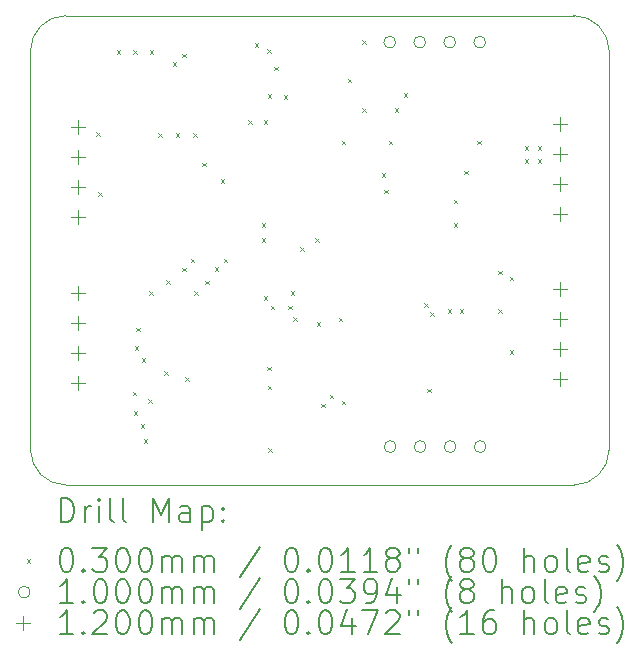
<source format=gbr>
%TF.GenerationSoftware,KiCad,Pcbnew,8.0.3-8.0.3-0~ubuntu22.04.1*%
%TF.CreationDate,2024-06-18T13:08:12+03:00*%
%TF.ProjectId,DoserDriver,446f7365-7244-4726-9976-65722e6b6963,rev?*%
%TF.SameCoordinates,Original*%
%TF.FileFunction,Drillmap*%
%TF.FilePolarity,Positive*%
%FSLAX45Y45*%
G04 Gerber Fmt 4.5, Leading zero omitted, Abs format (unit mm)*
G04 Created by KiCad (PCBNEW 8.0.3-8.0.3-0~ubuntu22.04.1) date 2024-06-18 13:08:12*
%MOMM*%
%LPD*%
G01*
G04 APERTURE LIST*
%ADD10C,0.050000*%
%ADD11C,0.200000*%
%ADD12C,0.100000*%
%ADD13C,0.120000*%
G04 APERTURE END LIST*
D10*
X5200000Y-7075000D02*
G75*
G02*
X4900000Y-6775000I0J300000D01*
G01*
X5200000Y-7075000D02*
X9500000Y-7075000D01*
X4900000Y-3400000D02*
G75*
G02*
X5200000Y-3100000I300000J0D01*
G01*
X9800000Y-6775000D02*
X9800000Y-3400000D01*
X9500000Y-3100000D02*
G75*
G02*
X9800000Y-3400000I0J-300000D01*
G01*
X9800000Y-6775000D02*
G75*
G02*
X9500000Y-7075000I-300000J0D01*
G01*
X4900000Y-3400000D02*
X4900000Y-6775000D01*
X9500000Y-3100000D02*
X5200000Y-3100000D01*
D11*
D12*
X5457500Y-4087500D02*
X5487500Y-4117500D01*
X5487500Y-4087500D02*
X5457500Y-4117500D01*
X5475000Y-4595000D02*
X5505000Y-4625000D01*
X5505000Y-4595000D02*
X5475000Y-4625000D01*
X5631875Y-3395000D02*
X5661875Y-3425000D01*
X5661875Y-3395000D02*
X5631875Y-3425000D01*
X5765000Y-6285000D02*
X5795000Y-6315000D01*
X5795000Y-6285000D02*
X5765000Y-6315000D01*
X5771875Y-3395000D02*
X5801875Y-3425000D01*
X5801875Y-3395000D02*
X5771875Y-3425000D01*
X5776000Y-6451000D02*
X5806000Y-6481000D01*
X5806000Y-6451000D02*
X5776000Y-6481000D01*
X5785000Y-5897500D02*
X5815000Y-5927500D01*
X5815000Y-5897500D02*
X5785000Y-5927500D01*
X5795000Y-5745000D02*
X5825000Y-5775000D01*
X5825000Y-5745000D02*
X5795000Y-5775000D01*
X5835000Y-6560000D02*
X5865000Y-6590000D01*
X5865000Y-6560000D02*
X5835000Y-6590000D01*
X5842995Y-6000000D02*
X5872995Y-6030000D01*
X5872995Y-6000000D02*
X5842995Y-6030000D01*
X5860000Y-6685000D02*
X5890000Y-6715000D01*
X5890000Y-6685000D02*
X5860000Y-6715000D01*
X5898171Y-6348172D02*
X5928171Y-6378172D01*
X5928171Y-6348172D02*
X5898171Y-6378172D01*
X5905000Y-5435000D02*
X5935000Y-5465000D01*
X5935000Y-5435000D02*
X5905000Y-5465000D01*
X5911875Y-3395000D02*
X5941875Y-3425000D01*
X5941875Y-3395000D02*
X5911875Y-3425000D01*
X5980000Y-4095000D02*
X6010000Y-4125000D01*
X6010000Y-4095000D02*
X5980000Y-4125000D01*
X6035000Y-6110000D02*
X6065000Y-6140000D01*
X6065000Y-6110000D02*
X6035000Y-6140000D01*
X6050000Y-5340000D02*
X6080000Y-5370000D01*
X6080000Y-5340000D02*
X6050000Y-5370000D01*
X6105000Y-3495000D02*
X6135000Y-3525000D01*
X6135000Y-3495000D02*
X6105000Y-3525000D01*
X6130000Y-4095000D02*
X6160000Y-4125000D01*
X6160000Y-4095000D02*
X6130000Y-4125000D01*
X6183358Y-5233358D02*
X6213358Y-5263358D01*
X6213358Y-5233358D02*
X6183358Y-5263358D01*
X6185000Y-3425000D02*
X6215000Y-3455000D01*
X6215000Y-3425000D02*
X6185000Y-3455000D01*
X6210000Y-6160000D02*
X6240000Y-6190000D01*
X6240000Y-6160000D02*
X6210000Y-6190000D01*
X6258358Y-5158358D02*
X6288358Y-5188358D01*
X6288358Y-5158358D02*
X6258358Y-5188358D01*
X6280000Y-4095000D02*
X6310000Y-4125000D01*
X6310000Y-4095000D02*
X6280000Y-4125000D01*
X6285000Y-5435000D02*
X6315000Y-5465000D01*
X6315000Y-5435000D02*
X6285000Y-5465000D01*
X6355000Y-4345000D02*
X6385000Y-4375000D01*
X6385000Y-4345000D02*
X6355000Y-4375000D01*
X6380000Y-5345000D02*
X6410000Y-5375000D01*
X6410000Y-5345000D02*
X6380000Y-5375000D01*
X6461841Y-5231842D02*
X6491841Y-5261842D01*
X6491841Y-5231842D02*
X6461841Y-5261842D01*
X6510000Y-4485000D02*
X6540000Y-4515000D01*
X6540000Y-4485000D02*
X6510000Y-4515000D01*
X6535000Y-5160000D02*
X6565000Y-5190000D01*
X6565000Y-5160000D02*
X6535000Y-5190000D01*
X6745000Y-3985000D02*
X6775000Y-4015000D01*
X6775000Y-3985000D02*
X6745000Y-4015000D01*
X6800000Y-3334000D02*
X6830000Y-3364000D01*
X6830000Y-3334000D02*
X6800000Y-3364000D01*
X6860000Y-4860000D02*
X6890000Y-4890000D01*
X6890000Y-4860000D02*
X6860000Y-4890000D01*
X6860000Y-4985000D02*
X6890000Y-5015000D01*
X6890000Y-4985000D02*
X6860000Y-5015000D01*
X6875000Y-3985000D02*
X6905000Y-4015000D01*
X6905000Y-3985000D02*
X6875000Y-4015000D01*
X6875000Y-5475000D02*
X6905000Y-5505000D01*
X6905000Y-5475000D02*
X6875000Y-5505000D01*
X6905000Y-3385000D02*
X6935000Y-3415000D01*
X6935000Y-3385000D02*
X6905000Y-3415000D01*
X6905000Y-6075000D02*
X6935000Y-6105000D01*
X6935000Y-6075000D02*
X6905000Y-6105000D01*
X6910000Y-3764000D02*
X6940000Y-3794000D01*
X6940000Y-3764000D02*
X6910000Y-3794000D01*
X6910000Y-6235000D02*
X6940000Y-6265000D01*
X6940000Y-6235000D02*
X6910000Y-6265000D01*
X6915000Y-6765000D02*
X6945000Y-6795000D01*
X6945000Y-6765000D02*
X6915000Y-6795000D01*
X6935000Y-5555000D02*
X6965000Y-5585000D01*
X6965000Y-5555000D02*
X6935000Y-5585000D01*
X6963750Y-3535000D02*
X6993750Y-3565000D01*
X6993750Y-3535000D02*
X6963750Y-3565000D01*
X7045000Y-3775000D02*
X7075000Y-3805000D01*
X7075000Y-3775000D02*
X7045000Y-3805000D01*
X7082500Y-5557500D02*
X7112500Y-5587500D01*
X7112500Y-5557500D02*
X7082500Y-5587500D01*
X7105000Y-5435000D02*
X7135000Y-5465000D01*
X7135000Y-5435000D02*
X7105000Y-5465000D01*
X7125000Y-5655000D02*
X7155000Y-5685000D01*
X7155000Y-5655000D02*
X7125000Y-5685000D01*
X7185000Y-5060000D02*
X7215000Y-5090000D01*
X7215000Y-5060000D02*
X7185000Y-5090000D01*
X7310000Y-4985000D02*
X7340000Y-5015000D01*
X7340000Y-4985000D02*
X7310000Y-5015000D01*
X7325000Y-5695000D02*
X7355000Y-5725000D01*
X7355000Y-5695000D02*
X7325000Y-5725000D01*
X7360000Y-6385000D02*
X7390000Y-6415000D01*
X7390000Y-6385000D02*
X7360000Y-6415000D01*
X7435000Y-6310000D02*
X7465000Y-6340000D01*
X7465000Y-6310000D02*
X7435000Y-6340000D01*
X7510000Y-5660000D02*
X7540000Y-5690000D01*
X7540000Y-5660000D02*
X7510000Y-5690000D01*
X7535000Y-4160000D02*
X7565000Y-4190000D01*
X7565000Y-4160000D02*
X7535000Y-4190000D01*
X7535000Y-6360000D02*
X7565000Y-6390000D01*
X7565000Y-6360000D02*
X7535000Y-6390000D01*
X7585000Y-3635000D02*
X7615000Y-3665000D01*
X7615000Y-3635000D02*
X7585000Y-3665000D01*
X7710000Y-3310000D02*
X7740000Y-3340000D01*
X7740000Y-3310000D02*
X7710000Y-3340000D01*
X7710000Y-3885000D02*
X7740000Y-3915000D01*
X7740000Y-3885000D02*
X7710000Y-3915000D01*
X7875000Y-4435000D02*
X7905000Y-4465000D01*
X7905000Y-4435000D02*
X7875000Y-4465000D01*
X7895000Y-4575000D02*
X7925000Y-4605000D01*
X7925000Y-4575000D02*
X7895000Y-4605000D01*
X7935000Y-4160000D02*
X7965000Y-4190000D01*
X7965000Y-4160000D02*
X7935000Y-4190000D01*
X7985000Y-3885000D02*
X8015000Y-3915000D01*
X8015000Y-3885000D02*
X7985000Y-3915000D01*
X8060000Y-3760000D02*
X8090000Y-3790000D01*
X8090000Y-3760000D02*
X8060000Y-3790000D01*
X8235000Y-5535000D02*
X8265000Y-5565000D01*
X8265000Y-5535000D02*
X8235000Y-5565000D01*
X8260000Y-6260000D02*
X8290000Y-6290000D01*
X8290000Y-6260000D02*
X8260000Y-6290000D01*
X8285000Y-5610000D02*
X8315000Y-5640000D01*
X8315000Y-5610000D02*
X8285000Y-5640000D01*
X8435000Y-5585000D02*
X8465000Y-5615000D01*
X8465000Y-5585000D02*
X8435000Y-5615000D01*
X8485000Y-4660000D02*
X8515000Y-4690000D01*
X8515000Y-4660000D02*
X8485000Y-4690000D01*
X8485000Y-4860000D02*
X8515000Y-4890000D01*
X8515000Y-4860000D02*
X8485000Y-4890000D01*
X8535000Y-5585000D02*
X8565000Y-5615000D01*
X8565000Y-5585000D02*
X8535000Y-5615000D01*
X8575000Y-4415000D02*
X8605000Y-4445000D01*
X8605000Y-4415000D02*
X8575000Y-4445000D01*
X8685000Y-4160000D02*
X8715000Y-4190000D01*
X8715000Y-4160000D02*
X8685000Y-4190000D01*
X8860000Y-5260000D02*
X8890000Y-5290000D01*
X8890000Y-5260000D02*
X8860000Y-5290000D01*
X8860000Y-5585000D02*
X8890000Y-5615000D01*
X8890000Y-5585000D02*
X8860000Y-5615000D01*
X8960000Y-5310000D02*
X8990000Y-5340000D01*
X8990000Y-5310000D02*
X8960000Y-5340000D01*
X8960000Y-5935000D02*
X8990000Y-5965000D01*
X8990000Y-5935000D02*
X8960000Y-5965000D01*
X9085000Y-4205000D02*
X9115000Y-4235000D01*
X9115000Y-4205000D02*
X9085000Y-4235000D01*
X9085000Y-4315000D02*
X9115000Y-4345000D01*
X9115000Y-4315000D02*
X9085000Y-4345000D01*
X9195000Y-4205000D02*
X9225000Y-4235000D01*
X9225000Y-4205000D02*
X9195000Y-4235000D01*
X9195000Y-4315000D02*
X9225000Y-4345000D01*
X9225000Y-4315000D02*
X9195000Y-4345000D01*
X7992000Y-3325000D02*
G75*
G02*
X7892000Y-3325000I-50000J0D01*
G01*
X7892000Y-3325000D02*
G75*
G02*
X7992000Y-3325000I50000J0D01*
G01*
X7995000Y-6750000D02*
G75*
G02*
X7895000Y-6750000I-50000J0D01*
G01*
X7895000Y-6750000D02*
G75*
G02*
X7995000Y-6750000I50000J0D01*
G01*
X8246000Y-3325000D02*
G75*
G02*
X8146000Y-3325000I-50000J0D01*
G01*
X8146000Y-3325000D02*
G75*
G02*
X8246000Y-3325000I50000J0D01*
G01*
X8249000Y-6750000D02*
G75*
G02*
X8149000Y-6750000I-50000J0D01*
G01*
X8149000Y-6750000D02*
G75*
G02*
X8249000Y-6750000I50000J0D01*
G01*
X8500000Y-3325000D02*
G75*
G02*
X8400000Y-3325000I-50000J0D01*
G01*
X8400000Y-3325000D02*
G75*
G02*
X8500000Y-3325000I50000J0D01*
G01*
X8503000Y-6750000D02*
G75*
G02*
X8403000Y-6750000I-50000J0D01*
G01*
X8403000Y-6750000D02*
G75*
G02*
X8503000Y-6750000I50000J0D01*
G01*
X8754000Y-3325000D02*
G75*
G02*
X8654000Y-3325000I-50000J0D01*
G01*
X8654000Y-3325000D02*
G75*
G02*
X8754000Y-3325000I50000J0D01*
G01*
X8757000Y-6750000D02*
G75*
G02*
X8657000Y-6750000I-50000J0D01*
G01*
X8657000Y-6750000D02*
G75*
G02*
X8757000Y-6750000I50000J0D01*
G01*
D13*
X5300000Y-3984000D02*
X5300000Y-4104000D01*
X5240000Y-4044000D02*
X5360000Y-4044000D01*
X5300000Y-4238000D02*
X5300000Y-4358000D01*
X5240000Y-4298000D02*
X5360000Y-4298000D01*
X5300000Y-4492000D02*
X5300000Y-4612000D01*
X5240000Y-4552000D02*
X5360000Y-4552000D01*
X5300000Y-4746000D02*
X5300000Y-4866000D01*
X5240000Y-4806000D02*
X5360000Y-4806000D01*
X5300000Y-5386000D02*
X5300000Y-5506000D01*
X5240000Y-5446000D02*
X5360000Y-5446000D01*
X5300000Y-5640000D02*
X5300000Y-5760000D01*
X5240000Y-5700000D02*
X5360000Y-5700000D01*
X5300000Y-5894000D02*
X5300000Y-6014000D01*
X5240000Y-5954000D02*
X5360000Y-5954000D01*
X5300000Y-6148000D02*
X5300000Y-6268000D01*
X5240000Y-6208000D02*
X5360000Y-6208000D01*
X9385000Y-3959000D02*
X9385000Y-4079000D01*
X9325000Y-4019000D02*
X9445000Y-4019000D01*
X9385000Y-4213000D02*
X9385000Y-4333000D01*
X9325000Y-4273000D02*
X9445000Y-4273000D01*
X9385000Y-4467000D02*
X9385000Y-4587000D01*
X9325000Y-4527000D02*
X9445000Y-4527000D01*
X9385000Y-4721000D02*
X9385000Y-4841000D01*
X9325000Y-4781000D02*
X9445000Y-4781000D01*
X9385000Y-5357000D02*
X9385000Y-5477000D01*
X9325000Y-5417000D02*
X9445000Y-5417000D01*
X9385000Y-5611000D02*
X9385000Y-5731000D01*
X9325000Y-5671000D02*
X9445000Y-5671000D01*
X9385000Y-5865000D02*
X9385000Y-5985000D01*
X9325000Y-5925000D02*
X9445000Y-5925000D01*
X9385000Y-6119000D02*
X9385000Y-6239000D01*
X9325000Y-6179000D02*
X9445000Y-6179000D01*
D11*
X5158277Y-7388984D02*
X5158277Y-7188984D01*
X5158277Y-7188984D02*
X5205896Y-7188984D01*
X5205896Y-7188984D02*
X5234467Y-7198508D01*
X5234467Y-7198508D02*
X5253515Y-7217555D01*
X5253515Y-7217555D02*
X5263039Y-7236603D01*
X5263039Y-7236603D02*
X5272563Y-7274698D01*
X5272563Y-7274698D02*
X5272563Y-7303269D01*
X5272563Y-7303269D02*
X5263039Y-7341365D01*
X5263039Y-7341365D02*
X5253515Y-7360412D01*
X5253515Y-7360412D02*
X5234467Y-7379460D01*
X5234467Y-7379460D02*
X5205896Y-7388984D01*
X5205896Y-7388984D02*
X5158277Y-7388984D01*
X5358277Y-7388984D02*
X5358277Y-7255650D01*
X5358277Y-7293746D02*
X5367801Y-7274698D01*
X5367801Y-7274698D02*
X5377324Y-7265174D01*
X5377324Y-7265174D02*
X5396372Y-7255650D01*
X5396372Y-7255650D02*
X5415420Y-7255650D01*
X5482086Y-7388984D02*
X5482086Y-7255650D01*
X5482086Y-7188984D02*
X5472563Y-7198508D01*
X5472563Y-7198508D02*
X5482086Y-7208031D01*
X5482086Y-7208031D02*
X5491610Y-7198508D01*
X5491610Y-7198508D02*
X5482086Y-7188984D01*
X5482086Y-7188984D02*
X5482086Y-7208031D01*
X5605896Y-7388984D02*
X5586848Y-7379460D01*
X5586848Y-7379460D02*
X5577324Y-7360412D01*
X5577324Y-7360412D02*
X5577324Y-7188984D01*
X5710658Y-7388984D02*
X5691610Y-7379460D01*
X5691610Y-7379460D02*
X5682086Y-7360412D01*
X5682086Y-7360412D02*
X5682086Y-7188984D01*
X5939229Y-7388984D02*
X5939229Y-7188984D01*
X5939229Y-7188984D02*
X6005896Y-7331841D01*
X6005896Y-7331841D02*
X6072562Y-7188984D01*
X6072562Y-7188984D02*
X6072562Y-7388984D01*
X6253515Y-7388984D02*
X6253515Y-7284222D01*
X6253515Y-7284222D02*
X6243991Y-7265174D01*
X6243991Y-7265174D02*
X6224943Y-7255650D01*
X6224943Y-7255650D02*
X6186848Y-7255650D01*
X6186848Y-7255650D02*
X6167801Y-7265174D01*
X6253515Y-7379460D02*
X6234467Y-7388984D01*
X6234467Y-7388984D02*
X6186848Y-7388984D01*
X6186848Y-7388984D02*
X6167801Y-7379460D01*
X6167801Y-7379460D02*
X6158277Y-7360412D01*
X6158277Y-7360412D02*
X6158277Y-7341365D01*
X6158277Y-7341365D02*
X6167801Y-7322317D01*
X6167801Y-7322317D02*
X6186848Y-7312793D01*
X6186848Y-7312793D02*
X6234467Y-7312793D01*
X6234467Y-7312793D02*
X6253515Y-7303269D01*
X6348753Y-7255650D02*
X6348753Y-7455650D01*
X6348753Y-7265174D02*
X6367801Y-7255650D01*
X6367801Y-7255650D02*
X6405896Y-7255650D01*
X6405896Y-7255650D02*
X6424943Y-7265174D01*
X6424943Y-7265174D02*
X6434467Y-7274698D01*
X6434467Y-7274698D02*
X6443991Y-7293746D01*
X6443991Y-7293746D02*
X6443991Y-7350888D01*
X6443991Y-7350888D02*
X6434467Y-7369936D01*
X6434467Y-7369936D02*
X6424943Y-7379460D01*
X6424943Y-7379460D02*
X6405896Y-7388984D01*
X6405896Y-7388984D02*
X6367801Y-7388984D01*
X6367801Y-7388984D02*
X6348753Y-7379460D01*
X6529705Y-7369936D02*
X6539229Y-7379460D01*
X6539229Y-7379460D02*
X6529705Y-7388984D01*
X6529705Y-7388984D02*
X6520182Y-7379460D01*
X6520182Y-7379460D02*
X6529705Y-7369936D01*
X6529705Y-7369936D02*
X6529705Y-7388984D01*
X6529705Y-7265174D02*
X6539229Y-7274698D01*
X6539229Y-7274698D02*
X6529705Y-7284222D01*
X6529705Y-7284222D02*
X6520182Y-7274698D01*
X6520182Y-7274698D02*
X6529705Y-7265174D01*
X6529705Y-7265174D02*
X6529705Y-7284222D01*
D12*
X4867500Y-7702500D02*
X4897500Y-7732500D01*
X4897500Y-7702500D02*
X4867500Y-7732500D01*
D11*
X5196372Y-7608984D02*
X5215420Y-7608984D01*
X5215420Y-7608984D02*
X5234467Y-7618508D01*
X5234467Y-7618508D02*
X5243991Y-7628031D01*
X5243991Y-7628031D02*
X5253515Y-7647079D01*
X5253515Y-7647079D02*
X5263039Y-7685174D01*
X5263039Y-7685174D02*
X5263039Y-7732793D01*
X5263039Y-7732793D02*
X5253515Y-7770888D01*
X5253515Y-7770888D02*
X5243991Y-7789936D01*
X5243991Y-7789936D02*
X5234467Y-7799460D01*
X5234467Y-7799460D02*
X5215420Y-7808984D01*
X5215420Y-7808984D02*
X5196372Y-7808984D01*
X5196372Y-7808984D02*
X5177324Y-7799460D01*
X5177324Y-7799460D02*
X5167801Y-7789936D01*
X5167801Y-7789936D02*
X5158277Y-7770888D01*
X5158277Y-7770888D02*
X5148753Y-7732793D01*
X5148753Y-7732793D02*
X5148753Y-7685174D01*
X5148753Y-7685174D02*
X5158277Y-7647079D01*
X5158277Y-7647079D02*
X5167801Y-7628031D01*
X5167801Y-7628031D02*
X5177324Y-7618508D01*
X5177324Y-7618508D02*
X5196372Y-7608984D01*
X5348753Y-7789936D02*
X5358277Y-7799460D01*
X5358277Y-7799460D02*
X5348753Y-7808984D01*
X5348753Y-7808984D02*
X5339229Y-7799460D01*
X5339229Y-7799460D02*
X5348753Y-7789936D01*
X5348753Y-7789936D02*
X5348753Y-7808984D01*
X5424944Y-7608984D02*
X5548753Y-7608984D01*
X5548753Y-7608984D02*
X5482086Y-7685174D01*
X5482086Y-7685174D02*
X5510658Y-7685174D01*
X5510658Y-7685174D02*
X5529705Y-7694698D01*
X5529705Y-7694698D02*
X5539229Y-7704222D01*
X5539229Y-7704222D02*
X5548753Y-7723269D01*
X5548753Y-7723269D02*
X5548753Y-7770888D01*
X5548753Y-7770888D02*
X5539229Y-7789936D01*
X5539229Y-7789936D02*
X5529705Y-7799460D01*
X5529705Y-7799460D02*
X5510658Y-7808984D01*
X5510658Y-7808984D02*
X5453515Y-7808984D01*
X5453515Y-7808984D02*
X5434467Y-7799460D01*
X5434467Y-7799460D02*
X5424944Y-7789936D01*
X5672562Y-7608984D02*
X5691610Y-7608984D01*
X5691610Y-7608984D02*
X5710658Y-7618508D01*
X5710658Y-7618508D02*
X5720182Y-7628031D01*
X5720182Y-7628031D02*
X5729705Y-7647079D01*
X5729705Y-7647079D02*
X5739229Y-7685174D01*
X5739229Y-7685174D02*
X5739229Y-7732793D01*
X5739229Y-7732793D02*
X5729705Y-7770888D01*
X5729705Y-7770888D02*
X5720182Y-7789936D01*
X5720182Y-7789936D02*
X5710658Y-7799460D01*
X5710658Y-7799460D02*
X5691610Y-7808984D01*
X5691610Y-7808984D02*
X5672562Y-7808984D01*
X5672562Y-7808984D02*
X5653515Y-7799460D01*
X5653515Y-7799460D02*
X5643991Y-7789936D01*
X5643991Y-7789936D02*
X5634467Y-7770888D01*
X5634467Y-7770888D02*
X5624943Y-7732793D01*
X5624943Y-7732793D02*
X5624943Y-7685174D01*
X5624943Y-7685174D02*
X5634467Y-7647079D01*
X5634467Y-7647079D02*
X5643991Y-7628031D01*
X5643991Y-7628031D02*
X5653515Y-7618508D01*
X5653515Y-7618508D02*
X5672562Y-7608984D01*
X5863039Y-7608984D02*
X5882086Y-7608984D01*
X5882086Y-7608984D02*
X5901134Y-7618508D01*
X5901134Y-7618508D02*
X5910658Y-7628031D01*
X5910658Y-7628031D02*
X5920182Y-7647079D01*
X5920182Y-7647079D02*
X5929705Y-7685174D01*
X5929705Y-7685174D02*
X5929705Y-7732793D01*
X5929705Y-7732793D02*
X5920182Y-7770888D01*
X5920182Y-7770888D02*
X5910658Y-7789936D01*
X5910658Y-7789936D02*
X5901134Y-7799460D01*
X5901134Y-7799460D02*
X5882086Y-7808984D01*
X5882086Y-7808984D02*
X5863039Y-7808984D01*
X5863039Y-7808984D02*
X5843991Y-7799460D01*
X5843991Y-7799460D02*
X5834467Y-7789936D01*
X5834467Y-7789936D02*
X5824943Y-7770888D01*
X5824943Y-7770888D02*
X5815420Y-7732793D01*
X5815420Y-7732793D02*
X5815420Y-7685174D01*
X5815420Y-7685174D02*
X5824943Y-7647079D01*
X5824943Y-7647079D02*
X5834467Y-7628031D01*
X5834467Y-7628031D02*
X5843991Y-7618508D01*
X5843991Y-7618508D02*
X5863039Y-7608984D01*
X6015420Y-7808984D02*
X6015420Y-7675650D01*
X6015420Y-7694698D02*
X6024943Y-7685174D01*
X6024943Y-7685174D02*
X6043991Y-7675650D01*
X6043991Y-7675650D02*
X6072563Y-7675650D01*
X6072563Y-7675650D02*
X6091610Y-7685174D01*
X6091610Y-7685174D02*
X6101134Y-7704222D01*
X6101134Y-7704222D02*
X6101134Y-7808984D01*
X6101134Y-7704222D02*
X6110658Y-7685174D01*
X6110658Y-7685174D02*
X6129705Y-7675650D01*
X6129705Y-7675650D02*
X6158277Y-7675650D01*
X6158277Y-7675650D02*
X6177324Y-7685174D01*
X6177324Y-7685174D02*
X6186848Y-7704222D01*
X6186848Y-7704222D02*
X6186848Y-7808984D01*
X6282086Y-7808984D02*
X6282086Y-7675650D01*
X6282086Y-7694698D02*
X6291610Y-7685174D01*
X6291610Y-7685174D02*
X6310658Y-7675650D01*
X6310658Y-7675650D02*
X6339229Y-7675650D01*
X6339229Y-7675650D02*
X6358277Y-7685174D01*
X6358277Y-7685174D02*
X6367801Y-7704222D01*
X6367801Y-7704222D02*
X6367801Y-7808984D01*
X6367801Y-7704222D02*
X6377324Y-7685174D01*
X6377324Y-7685174D02*
X6396372Y-7675650D01*
X6396372Y-7675650D02*
X6424943Y-7675650D01*
X6424943Y-7675650D02*
X6443991Y-7685174D01*
X6443991Y-7685174D02*
X6453515Y-7704222D01*
X6453515Y-7704222D02*
X6453515Y-7808984D01*
X6843991Y-7599460D02*
X6672563Y-7856603D01*
X7101134Y-7608984D02*
X7120182Y-7608984D01*
X7120182Y-7608984D02*
X7139229Y-7618508D01*
X7139229Y-7618508D02*
X7148753Y-7628031D01*
X7148753Y-7628031D02*
X7158277Y-7647079D01*
X7158277Y-7647079D02*
X7167801Y-7685174D01*
X7167801Y-7685174D02*
X7167801Y-7732793D01*
X7167801Y-7732793D02*
X7158277Y-7770888D01*
X7158277Y-7770888D02*
X7148753Y-7789936D01*
X7148753Y-7789936D02*
X7139229Y-7799460D01*
X7139229Y-7799460D02*
X7120182Y-7808984D01*
X7120182Y-7808984D02*
X7101134Y-7808984D01*
X7101134Y-7808984D02*
X7082086Y-7799460D01*
X7082086Y-7799460D02*
X7072563Y-7789936D01*
X7072563Y-7789936D02*
X7063039Y-7770888D01*
X7063039Y-7770888D02*
X7053515Y-7732793D01*
X7053515Y-7732793D02*
X7053515Y-7685174D01*
X7053515Y-7685174D02*
X7063039Y-7647079D01*
X7063039Y-7647079D02*
X7072563Y-7628031D01*
X7072563Y-7628031D02*
X7082086Y-7618508D01*
X7082086Y-7618508D02*
X7101134Y-7608984D01*
X7253515Y-7789936D02*
X7263039Y-7799460D01*
X7263039Y-7799460D02*
X7253515Y-7808984D01*
X7253515Y-7808984D02*
X7243991Y-7799460D01*
X7243991Y-7799460D02*
X7253515Y-7789936D01*
X7253515Y-7789936D02*
X7253515Y-7808984D01*
X7386848Y-7608984D02*
X7405896Y-7608984D01*
X7405896Y-7608984D02*
X7424944Y-7618508D01*
X7424944Y-7618508D02*
X7434467Y-7628031D01*
X7434467Y-7628031D02*
X7443991Y-7647079D01*
X7443991Y-7647079D02*
X7453515Y-7685174D01*
X7453515Y-7685174D02*
X7453515Y-7732793D01*
X7453515Y-7732793D02*
X7443991Y-7770888D01*
X7443991Y-7770888D02*
X7434467Y-7789936D01*
X7434467Y-7789936D02*
X7424944Y-7799460D01*
X7424944Y-7799460D02*
X7405896Y-7808984D01*
X7405896Y-7808984D02*
X7386848Y-7808984D01*
X7386848Y-7808984D02*
X7367801Y-7799460D01*
X7367801Y-7799460D02*
X7358277Y-7789936D01*
X7358277Y-7789936D02*
X7348753Y-7770888D01*
X7348753Y-7770888D02*
X7339229Y-7732793D01*
X7339229Y-7732793D02*
X7339229Y-7685174D01*
X7339229Y-7685174D02*
X7348753Y-7647079D01*
X7348753Y-7647079D02*
X7358277Y-7628031D01*
X7358277Y-7628031D02*
X7367801Y-7618508D01*
X7367801Y-7618508D02*
X7386848Y-7608984D01*
X7643991Y-7808984D02*
X7529706Y-7808984D01*
X7586848Y-7808984D02*
X7586848Y-7608984D01*
X7586848Y-7608984D02*
X7567801Y-7637555D01*
X7567801Y-7637555D02*
X7548753Y-7656603D01*
X7548753Y-7656603D02*
X7529706Y-7666127D01*
X7834467Y-7808984D02*
X7720182Y-7808984D01*
X7777325Y-7808984D02*
X7777325Y-7608984D01*
X7777325Y-7608984D02*
X7758277Y-7637555D01*
X7758277Y-7637555D02*
X7739229Y-7656603D01*
X7739229Y-7656603D02*
X7720182Y-7666127D01*
X7948753Y-7694698D02*
X7929706Y-7685174D01*
X7929706Y-7685174D02*
X7920182Y-7675650D01*
X7920182Y-7675650D02*
X7910658Y-7656603D01*
X7910658Y-7656603D02*
X7910658Y-7647079D01*
X7910658Y-7647079D02*
X7920182Y-7628031D01*
X7920182Y-7628031D02*
X7929706Y-7618508D01*
X7929706Y-7618508D02*
X7948753Y-7608984D01*
X7948753Y-7608984D02*
X7986848Y-7608984D01*
X7986848Y-7608984D02*
X8005896Y-7618508D01*
X8005896Y-7618508D02*
X8015420Y-7628031D01*
X8015420Y-7628031D02*
X8024944Y-7647079D01*
X8024944Y-7647079D02*
X8024944Y-7656603D01*
X8024944Y-7656603D02*
X8015420Y-7675650D01*
X8015420Y-7675650D02*
X8005896Y-7685174D01*
X8005896Y-7685174D02*
X7986848Y-7694698D01*
X7986848Y-7694698D02*
X7948753Y-7694698D01*
X7948753Y-7694698D02*
X7929706Y-7704222D01*
X7929706Y-7704222D02*
X7920182Y-7713746D01*
X7920182Y-7713746D02*
X7910658Y-7732793D01*
X7910658Y-7732793D02*
X7910658Y-7770888D01*
X7910658Y-7770888D02*
X7920182Y-7789936D01*
X7920182Y-7789936D02*
X7929706Y-7799460D01*
X7929706Y-7799460D02*
X7948753Y-7808984D01*
X7948753Y-7808984D02*
X7986848Y-7808984D01*
X7986848Y-7808984D02*
X8005896Y-7799460D01*
X8005896Y-7799460D02*
X8015420Y-7789936D01*
X8015420Y-7789936D02*
X8024944Y-7770888D01*
X8024944Y-7770888D02*
X8024944Y-7732793D01*
X8024944Y-7732793D02*
X8015420Y-7713746D01*
X8015420Y-7713746D02*
X8005896Y-7704222D01*
X8005896Y-7704222D02*
X7986848Y-7694698D01*
X8101134Y-7608984D02*
X8101134Y-7647079D01*
X8177325Y-7608984D02*
X8177325Y-7647079D01*
X8472563Y-7885174D02*
X8463039Y-7875650D01*
X8463039Y-7875650D02*
X8443991Y-7847079D01*
X8443991Y-7847079D02*
X8434468Y-7828031D01*
X8434468Y-7828031D02*
X8424944Y-7799460D01*
X8424944Y-7799460D02*
X8415420Y-7751841D01*
X8415420Y-7751841D02*
X8415420Y-7713746D01*
X8415420Y-7713746D02*
X8424944Y-7666127D01*
X8424944Y-7666127D02*
X8434468Y-7637555D01*
X8434468Y-7637555D02*
X8443991Y-7618508D01*
X8443991Y-7618508D02*
X8463039Y-7589936D01*
X8463039Y-7589936D02*
X8472563Y-7580412D01*
X8577325Y-7694698D02*
X8558277Y-7685174D01*
X8558277Y-7685174D02*
X8548753Y-7675650D01*
X8548753Y-7675650D02*
X8539230Y-7656603D01*
X8539230Y-7656603D02*
X8539230Y-7647079D01*
X8539230Y-7647079D02*
X8548753Y-7628031D01*
X8548753Y-7628031D02*
X8558277Y-7618508D01*
X8558277Y-7618508D02*
X8577325Y-7608984D01*
X8577325Y-7608984D02*
X8615420Y-7608984D01*
X8615420Y-7608984D02*
X8634468Y-7618508D01*
X8634468Y-7618508D02*
X8643991Y-7628031D01*
X8643991Y-7628031D02*
X8653515Y-7647079D01*
X8653515Y-7647079D02*
X8653515Y-7656603D01*
X8653515Y-7656603D02*
X8643991Y-7675650D01*
X8643991Y-7675650D02*
X8634468Y-7685174D01*
X8634468Y-7685174D02*
X8615420Y-7694698D01*
X8615420Y-7694698D02*
X8577325Y-7694698D01*
X8577325Y-7694698D02*
X8558277Y-7704222D01*
X8558277Y-7704222D02*
X8548753Y-7713746D01*
X8548753Y-7713746D02*
X8539230Y-7732793D01*
X8539230Y-7732793D02*
X8539230Y-7770888D01*
X8539230Y-7770888D02*
X8548753Y-7789936D01*
X8548753Y-7789936D02*
X8558277Y-7799460D01*
X8558277Y-7799460D02*
X8577325Y-7808984D01*
X8577325Y-7808984D02*
X8615420Y-7808984D01*
X8615420Y-7808984D02*
X8634468Y-7799460D01*
X8634468Y-7799460D02*
X8643991Y-7789936D01*
X8643991Y-7789936D02*
X8653515Y-7770888D01*
X8653515Y-7770888D02*
X8653515Y-7732793D01*
X8653515Y-7732793D02*
X8643991Y-7713746D01*
X8643991Y-7713746D02*
X8634468Y-7704222D01*
X8634468Y-7704222D02*
X8615420Y-7694698D01*
X8777325Y-7608984D02*
X8796372Y-7608984D01*
X8796372Y-7608984D02*
X8815420Y-7618508D01*
X8815420Y-7618508D02*
X8824944Y-7628031D01*
X8824944Y-7628031D02*
X8834468Y-7647079D01*
X8834468Y-7647079D02*
X8843991Y-7685174D01*
X8843991Y-7685174D02*
X8843991Y-7732793D01*
X8843991Y-7732793D02*
X8834468Y-7770888D01*
X8834468Y-7770888D02*
X8824944Y-7789936D01*
X8824944Y-7789936D02*
X8815420Y-7799460D01*
X8815420Y-7799460D02*
X8796372Y-7808984D01*
X8796372Y-7808984D02*
X8777325Y-7808984D01*
X8777325Y-7808984D02*
X8758277Y-7799460D01*
X8758277Y-7799460D02*
X8748753Y-7789936D01*
X8748753Y-7789936D02*
X8739230Y-7770888D01*
X8739230Y-7770888D02*
X8729706Y-7732793D01*
X8729706Y-7732793D02*
X8729706Y-7685174D01*
X8729706Y-7685174D02*
X8739230Y-7647079D01*
X8739230Y-7647079D02*
X8748753Y-7628031D01*
X8748753Y-7628031D02*
X8758277Y-7618508D01*
X8758277Y-7618508D02*
X8777325Y-7608984D01*
X9082087Y-7808984D02*
X9082087Y-7608984D01*
X9167801Y-7808984D02*
X9167801Y-7704222D01*
X9167801Y-7704222D02*
X9158277Y-7685174D01*
X9158277Y-7685174D02*
X9139230Y-7675650D01*
X9139230Y-7675650D02*
X9110658Y-7675650D01*
X9110658Y-7675650D02*
X9091611Y-7685174D01*
X9091611Y-7685174D02*
X9082087Y-7694698D01*
X9291611Y-7808984D02*
X9272563Y-7799460D01*
X9272563Y-7799460D02*
X9263039Y-7789936D01*
X9263039Y-7789936D02*
X9253515Y-7770888D01*
X9253515Y-7770888D02*
X9253515Y-7713746D01*
X9253515Y-7713746D02*
X9263039Y-7694698D01*
X9263039Y-7694698D02*
X9272563Y-7685174D01*
X9272563Y-7685174D02*
X9291611Y-7675650D01*
X9291611Y-7675650D02*
X9320182Y-7675650D01*
X9320182Y-7675650D02*
X9339230Y-7685174D01*
X9339230Y-7685174D02*
X9348753Y-7694698D01*
X9348753Y-7694698D02*
X9358277Y-7713746D01*
X9358277Y-7713746D02*
X9358277Y-7770888D01*
X9358277Y-7770888D02*
X9348753Y-7789936D01*
X9348753Y-7789936D02*
X9339230Y-7799460D01*
X9339230Y-7799460D02*
X9320182Y-7808984D01*
X9320182Y-7808984D02*
X9291611Y-7808984D01*
X9472563Y-7808984D02*
X9453515Y-7799460D01*
X9453515Y-7799460D02*
X9443992Y-7780412D01*
X9443992Y-7780412D02*
X9443992Y-7608984D01*
X9624944Y-7799460D02*
X9605896Y-7808984D01*
X9605896Y-7808984D02*
X9567801Y-7808984D01*
X9567801Y-7808984D02*
X9548753Y-7799460D01*
X9548753Y-7799460D02*
X9539230Y-7780412D01*
X9539230Y-7780412D02*
X9539230Y-7704222D01*
X9539230Y-7704222D02*
X9548753Y-7685174D01*
X9548753Y-7685174D02*
X9567801Y-7675650D01*
X9567801Y-7675650D02*
X9605896Y-7675650D01*
X9605896Y-7675650D02*
X9624944Y-7685174D01*
X9624944Y-7685174D02*
X9634468Y-7704222D01*
X9634468Y-7704222D02*
X9634468Y-7723269D01*
X9634468Y-7723269D02*
X9539230Y-7742317D01*
X9710658Y-7799460D02*
X9729706Y-7808984D01*
X9729706Y-7808984D02*
X9767801Y-7808984D01*
X9767801Y-7808984D02*
X9786849Y-7799460D01*
X9786849Y-7799460D02*
X9796373Y-7780412D01*
X9796373Y-7780412D02*
X9796373Y-7770888D01*
X9796373Y-7770888D02*
X9786849Y-7751841D01*
X9786849Y-7751841D02*
X9767801Y-7742317D01*
X9767801Y-7742317D02*
X9739230Y-7742317D01*
X9739230Y-7742317D02*
X9720182Y-7732793D01*
X9720182Y-7732793D02*
X9710658Y-7713746D01*
X9710658Y-7713746D02*
X9710658Y-7704222D01*
X9710658Y-7704222D02*
X9720182Y-7685174D01*
X9720182Y-7685174D02*
X9739230Y-7675650D01*
X9739230Y-7675650D02*
X9767801Y-7675650D01*
X9767801Y-7675650D02*
X9786849Y-7685174D01*
X9863039Y-7885174D02*
X9872563Y-7875650D01*
X9872563Y-7875650D02*
X9891611Y-7847079D01*
X9891611Y-7847079D02*
X9901134Y-7828031D01*
X9901134Y-7828031D02*
X9910658Y-7799460D01*
X9910658Y-7799460D02*
X9920182Y-7751841D01*
X9920182Y-7751841D02*
X9920182Y-7713746D01*
X9920182Y-7713746D02*
X9910658Y-7666127D01*
X9910658Y-7666127D02*
X9901134Y-7637555D01*
X9901134Y-7637555D02*
X9891611Y-7618508D01*
X9891611Y-7618508D02*
X9872563Y-7589936D01*
X9872563Y-7589936D02*
X9863039Y-7580412D01*
D12*
X4897500Y-7981500D02*
G75*
G02*
X4797500Y-7981500I-50000J0D01*
G01*
X4797500Y-7981500D02*
G75*
G02*
X4897500Y-7981500I50000J0D01*
G01*
D11*
X5263039Y-8072984D02*
X5148753Y-8072984D01*
X5205896Y-8072984D02*
X5205896Y-7872984D01*
X5205896Y-7872984D02*
X5186848Y-7901555D01*
X5186848Y-7901555D02*
X5167801Y-7920603D01*
X5167801Y-7920603D02*
X5148753Y-7930127D01*
X5348753Y-8053936D02*
X5358277Y-8063460D01*
X5358277Y-8063460D02*
X5348753Y-8072984D01*
X5348753Y-8072984D02*
X5339229Y-8063460D01*
X5339229Y-8063460D02*
X5348753Y-8053936D01*
X5348753Y-8053936D02*
X5348753Y-8072984D01*
X5482086Y-7872984D02*
X5501134Y-7872984D01*
X5501134Y-7872984D02*
X5520182Y-7882508D01*
X5520182Y-7882508D02*
X5529705Y-7892031D01*
X5529705Y-7892031D02*
X5539229Y-7911079D01*
X5539229Y-7911079D02*
X5548753Y-7949174D01*
X5548753Y-7949174D02*
X5548753Y-7996793D01*
X5548753Y-7996793D02*
X5539229Y-8034888D01*
X5539229Y-8034888D02*
X5529705Y-8053936D01*
X5529705Y-8053936D02*
X5520182Y-8063460D01*
X5520182Y-8063460D02*
X5501134Y-8072984D01*
X5501134Y-8072984D02*
X5482086Y-8072984D01*
X5482086Y-8072984D02*
X5463039Y-8063460D01*
X5463039Y-8063460D02*
X5453515Y-8053936D01*
X5453515Y-8053936D02*
X5443991Y-8034888D01*
X5443991Y-8034888D02*
X5434467Y-7996793D01*
X5434467Y-7996793D02*
X5434467Y-7949174D01*
X5434467Y-7949174D02*
X5443991Y-7911079D01*
X5443991Y-7911079D02*
X5453515Y-7892031D01*
X5453515Y-7892031D02*
X5463039Y-7882508D01*
X5463039Y-7882508D02*
X5482086Y-7872984D01*
X5672562Y-7872984D02*
X5691610Y-7872984D01*
X5691610Y-7872984D02*
X5710658Y-7882508D01*
X5710658Y-7882508D02*
X5720182Y-7892031D01*
X5720182Y-7892031D02*
X5729705Y-7911079D01*
X5729705Y-7911079D02*
X5739229Y-7949174D01*
X5739229Y-7949174D02*
X5739229Y-7996793D01*
X5739229Y-7996793D02*
X5729705Y-8034888D01*
X5729705Y-8034888D02*
X5720182Y-8053936D01*
X5720182Y-8053936D02*
X5710658Y-8063460D01*
X5710658Y-8063460D02*
X5691610Y-8072984D01*
X5691610Y-8072984D02*
X5672562Y-8072984D01*
X5672562Y-8072984D02*
X5653515Y-8063460D01*
X5653515Y-8063460D02*
X5643991Y-8053936D01*
X5643991Y-8053936D02*
X5634467Y-8034888D01*
X5634467Y-8034888D02*
X5624943Y-7996793D01*
X5624943Y-7996793D02*
X5624943Y-7949174D01*
X5624943Y-7949174D02*
X5634467Y-7911079D01*
X5634467Y-7911079D02*
X5643991Y-7892031D01*
X5643991Y-7892031D02*
X5653515Y-7882508D01*
X5653515Y-7882508D02*
X5672562Y-7872984D01*
X5863039Y-7872984D02*
X5882086Y-7872984D01*
X5882086Y-7872984D02*
X5901134Y-7882508D01*
X5901134Y-7882508D02*
X5910658Y-7892031D01*
X5910658Y-7892031D02*
X5920182Y-7911079D01*
X5920182Y-7911079D02*
X5929705Y-7949174D01*
X5929705Y-7949174D02*
X5929705Y-7996793D01*
X5929705Y-7996793D02*
X5920182Y-8034888D01*
X5920182Y-8034888D02*
X5910658Y-8053936D01*
X5910658Y-8053936D02*
X5901134Y-8063460D01*
X5901134Y-8063460D02*
X5882086Y-8072984D01*
X5882086Y-8072984D02*
X5863039Y-8072984D01*
X5863039Y-8072984D02*
X5843991Y-8063460D01*
X5843991Y-8063460D02*
X5834467Y-8053936D01*
X5834467Y-8053936D02*
X5824943Y-8034888D01*
X5824943Y-8034888D02*
X5815420Y-7996793D01*
X5815420Y-7996793D02*
X5815420Y-7949174D01*
X5815420Y-7949174D02*
X5824943Y-7911079D01*
X5824943Y-7911079D02*
X5834467Y-7892031D01*
X5834467Y-7892031D02*
X5843991Y-7882508D01*
X5843991Y-7882508D02*
X5863039Y-7872984D01*
X6015420Y-8072984D02*
X6015420Y-7939650D01*
X6015420Y-7958698D02*
X6024943Y-7949174D01*
X6024943Y-7949174D02*
X6043991Y-7939650D01*
X6043991Y-7939650D02*
X6072563Y-7939650D01*
X6072563Y-7939650D02*
X6091610Y-7949174D01*
X6091610Y-7949174D02*
X6101134Y-7968222D01*
X6101134Y-7968222D02*
X6101134Y-8072984D01*
X6101134Y-7968222D02*
X6110658Y-7949174D01*
X6110658Y-7949174D02*
X6129705Y-7939650D01*
X6129705Y-7939650D02*
X6158277Y-7939650D01*
X6158277Y-7939650D02*
X6177324Y-7949174D01*
X6177324Y-7949174D02*
X6186848Y-7968222D01*
X6186848Y-7968222D02*
X6186848Y-8072984D01*
X6282086Y-8072984D02*
X6282086Y-7939650D01*
X6282086Y-7958698D02*
X6291610Y-7949174D01*
X6291610Y-7949174D02*
X6310658Y-7939650D01*
X6310658Y-7939650D02*
X6339229Y-7939650D01*
X6339229Y-7939650D02*
X6358277Y-7949174D01*
X6358277Y-7949174D02*
X6367801Y-7968222D01*
X6367801Y-7968222D02*
X6367801Y-8072984D01*
X6367801Y-7968222D02*
X6377324Y-7949174D01*
X6377324Y-7949174D02*
X6396372Y-7939650D01*
X6396372Y-7939650D02*
X6424943Y-7939650D01*
X6424943Y-7939650D02*
X6443991Y-7949174D01*
X6443991Y-7949174D02*
X6453515Y-7968222D01*
X6453515Y-7968222D02*
X6453515Y-8072984D01*
X6843991Y-7863460D02*
X6672563Y-8120603D01*
X7101134Y-7872984D02*
X7120182Y-7872984D01*
X7120182Y-7872984D02*
X7139229Y-7882508D01*
X7139229Y-7882508D02*
X7148753Y-7892031D01*
X7148753Y-7892031D02*
X7158277Y-7911079D01*
X7158277Y-7911079D02*
X7167801Y-7949174D01*
X7167801Y-7949174D02*
X7167801Y-7996793D01*
X7167801Y-7996793D02*
X7158277Y-8034888D01*
X7158277Y-8034888D02*
X7148753Y-8053936D01*
X7148753Y-8053936D02*
X7139229Y-8063460D01*
X7139229Y-8063460D02*
X7120182Y-8072984D01*
X7120182Y-8072984D02*
X7101134Y-8072984D01*
X7101134Y-8072984D02*
X7082086Y-8063460D01*
X7082086Y-8063460D02*
X7072563Y-8053936D01*
X7072563Y-8053936D02*
X7063039Y-8034888D01*
X7063039Y-8034888D02*
X7053515Y-7996793D01*
X7053515Y-7996793D02*
X7053515Y-7949174D01*
X7053515Y-7949174D02*
X7063039Y-7911079D01*
X7063039Y-7911079D02*
X7072563Y-7892031D01*
X7072563Y-7892031D02*
X7082086Y-7882508D01*
X7082086Y-7882508D02*
X7101134Y-7872984D01*
X7253515Y-8053936D02*
X7263039Y-8063460D01*
X7263039Y-8063460D02*
X7253515Y-8072984D01*
X7253515Y-8072984D02*
X7243991Y-8063460D01*
X7243991Y-8063460D02*
X7253515Y-8053936D01*
X7253515Y-8053936D02*
X7253515Y-8072984D01*
X7386848Y-7872984D02*
X7405896Y-7872984D01*
X7405896Y-7872984D02*
X7424944Y-7882508D01*
X7424944Y-7882508D02*
X7434467Y-7892031D01*
X7434467Y-7892031D02*
X7443991Y-7911079D01*
X7443991Y-7911079D02*
X7453515Y-7949174D01*
X7453515Y-7949174D02*
X7453515Y-7996793D01*
X7453515Y-7996793D02*
X7443991Y-8034888D01*
X7443991Y-8034888D02*
X7434467Y-8053936D01*
X7434467Y-8053936D02*
X7424944Y-8063460D01*
X7424944Y-8063460D02*
X7405896Y-8072984D01*
X7405896Y-8072984D02*
X7386848Y-8072984D01*
X7386848Y-8072984D02*
X7367801Y-8063460D01*
X7367801Y-8063460D02*
X7358277Y-8053936D01*
X7358277Y-8053936D02*
X7348753Y-8034888D01*
X7348753Y-8034888D02*
X7339229Y-7996793D01*
X7339229Y-7996793D02*
X7339229Y-7949174D01*
X7339229Y-7949174D02*
X7348753Y-7911079D01*
X7348753Y-7911079D02*
X7358277Y-7892031D01*
X7358277Y-7892031D02*
X7367801Y-7882508D01*
X7367801Y-7882508D02*
X7386848Y-7872984D01*
X7520182Y-7872984D02*
X7643991Y-7872984D01*
X7643991Y-7872984D02*
X7577325Y-7949174D01*
X7577325Y-7949174D02*
X7605896Y-7949174D01*
X7605896Y-7949174D02*
X7624944Y-7958698D01*
X7624944Y-7958698D02*
X7634467Y-7968222D01*
X7634467Y-7968222D02*
X7643991Y-7987269D01*
X7643991Y-7987269D02*
X7643991Y-8034888D01*
X7643991Y-8034888D02*
X7634467Y-8053936D01*
X7634467Y-8053936D02*
X7624944Y-8063460D01*
X7624944Y-8063460D02*
X7605896Y-8072984D01*
X7605896Y-8072984D02*
X7548753Y-8072984D01*
X7548753Y-8072984D02*
X7529706Y-8063460D01*
X7529706Y-8063460D02*
X7520182Y-8053936D01*
X7739229Y-8072984D02*
X7777325Y-8072984D01*
X7777325Y-8072984D02*
X7796372Y-8063460D01*
X7796372Y-8063460D02*
X7805896Y-8053936D01*
X7805896Y-8053936D02*
X7824944Y-8025365D01*
X7824944Y-8025365D02*
X7834467Y-7987269D01*
X7834467Y-7987269D02*
X7834467Y-7911079D01*
X7834467Y-7911079D02*
X7824944Y-7892031D01*
X7824944Y-7892031D02*
X7815420Y-7882508D01*
X7815420Y-7882508D02*
X7796372Y-7872984D01*
X7796372Y-7872984D02*
X7758277Y-7872984D01*
X7758277Y-7872984D02*
X7739229Y-7882508D01*
X7739229Y-7882508D02*
X7729706Y-7892031D01*
X7729706Y-7892031D02*
X7720182Y-7911079D01*
X7720182Y-7911079D02*
X7720182Y-7958698D01*
X7720182Y-7958698D02*
X7729706Y-7977746D01*
X7729706Y-7977746D02*
X7739229Y-7987269D01*
X7739229Y-7987269D02*
X7758277Y-7996793D01*
X7758277Y-7996793D02*
X7796372Y-7996793D01*
X7796372Y-7996793D02*
X7815420Y-7987269D01*
X7815420Y-7987269D02*
X7824944Y-7977746D01*
X7824944Y-7977746D02*
X7834467Y-7958698D01*
X8005896Y-7939650D02*
X8005896Y-8072984D01*
X7958277Y-7863460D02*
X7910658Y-8006317D01*
X7910658Y-8006317D02*
X8034467Y-8006317D01*
X8101134Y-7872984D02*
X8101134Y-7911079D01*
X8177325Y-7872984D02*
X8177325Y-7911079D01*
X8472563Y-8149174D02*
X8463039Y-8139650D01*
X8463039Y-8139650D02*
X8443991Y-8111079D01*
X8443991Y-8111079D02*
X8434468Y-8092031D01*
X8434468Y-8092031D02*
X8424944Y-8063460D01*
X8424944Y-8063460D02*
X8415420Y-8015841D01*
X8415420Y-8015841D02*
X8415420Y-7977746D01*
X8415420Y-7977746D02*
X8424944Y-7930127D01*
X8424944Y-7930127D02*
X8434468Y-7901555D01*
X8434468Y-7901555D02*
X8443991Y-7882508D01*
X8443991Y-7882508D02*
X8463039Y-7853936D01*
X8463039Y-7853936D02*
X8472563Y-7844412D01*
X8577325Y-7958698D02*
X8558277Y-7949174D01*
X8558277Y-7949174D02*
X8548753Y-7939650D01*
X8548753Y-7939650D02*
X8539230Y-7920603D01*
X8539230Y-7920603D02*
X8539230Y-7911079D01*
X8539230Y-7911079D02*
X8548753Y-7892031D01*
X8548753Y-7892031D02*
X8558277Y-7882508D01*
X8558277Y-7882508D02*
X8577325Y-7872984D01*
X8577325Y-7872984D02*
X8615420Y-7872984D01*
X8615420Y-7872984D02*
X8634468Y-7882508D01*
X8634468Y-7882508D02*
X8643991Y-7892031D01*
X8643991Y-7892031D02*
X8653515Y-7911079D01*
X8653515Y-7911079D02*
X8653515Y-7920603D01*
X8653515Y-7920603D02*
X8643991Y-7939650D01*
X8643991Y-7939650D02*
X8634468Y-7949174D01*
X8634468Y-7949174D02*
X8615420Y-7958698D01*
X8615420Y-7958698D02*
X8577325Y-7958698D01*
X8577325Y-7958698D02*
X8558277Y-7968222D01*
X8558277Y-7968222D02*
X8548753Y-7977746D01*
X8548753Y-7977746D02*
X8539230Y-7996793D01*
X8539230Y-7996793D02*
X8539230Y-8034888D01*
X8539230Y-8034888D02*
X8548753Y-8053936D01*
X8548753Y-8053936D02*
X8558277Y-8063460D01*
X8558277Y-8063460D02*
X8577325Y-8072984D01*
X8577325Y-8072984D02*
X8615420Y-8072984D01*
X8615420Y-8072984D02*
X8634468Y-8063460D01*
X8634468Y-8063460D02*
X8643991Y-8053936D01*
X8643991Y-8053936D02*
X8653515Y-8034888D01*
X8653515Y-8034888D02*
X8653515Y-7996793D01*
X8653515Y-7996793D02*
X8643991Y-7977746D01*
X8643991Y-7977746D02*
X8634468Y-7968222D01*
X8634468Y-7968222D02*
X8615420Y-7958698D01*
X8891611Y-8072984D02*
X8891611Y-7872984D01*
X8977325Y-8072984D02*
X8977325Y-7968222D01*
X8977325Y-7968222D02*
X8967801Y-7949174D01*
X8967801Y-7949174D02*
X8948753Y-7939650D01*
X8948753Y-7939650D02*
X8920182Y-7939650D01*
X8920182Y-7939650D02*
X8901134Y-7949174D01*
X8901134Y-7949174D02*
X8891611Y-7958698D01*
X9101134Y-8072984D02*
X9082087Y-8063460D01*
X9082087Y-8063460D02*
X9072563Y-8053936D01*
X9072563Y-8053936D02*
X9063039Y-8034888D01*
X9063039Y-8034888D02*
X9063039Y-7977746D01*
X9063039Y-7977746D02*
X9072563Y-7958698D01*
X9072563Y-7958698D02*
X9082087Y-7949174D01*
X9082087Y-7949174D02*
X9101134Y-7939650D01*
X9101134Y-7939650D02*
X9129706Y-7939650D01*
X9129706Y-7939650D02*
X9148753Y-7949174D01*
X9148753Y-7949174D02*
X9158277Y-7958698D01*
X9158277Y-7958698D02*
X9167801Y-7977746D01*
X9167801Y-7977746D02*
X9167801Y-8034888D01*
X9167801Y-8034888D02*
X9158277Y-8053936D01*
X9158277Y-8053936D02*
X9148753Y-8063460D01*
X9148753Y-8063460D02*
X9129706Y-8072984D01*
X9129706Y-8072984D02*
X9101134Y-8072984D01*
X9282087Y-8072984D02*
X9263039Y-8063460D01*
X9263039Y-8063460D02*
X9253515Y-8044412D01*
X9253515Y-8044412D02*
X9253515Y-7872984D01*
X9434468Y-8063460D02*
X9415420Y-8072984D01*
X9415420Y-8072984D02*
X9377325Y-8072984D01*
X9377325Y-8072984D02*
X9358277Y-8063460D01*
X9358277Y-8063460D02*
X9348753Y-8044412D01*
X9348753Y-8044412D02*
X9348753Y-7968222D01*
X9348753Y-7968222D02*
X9358277Y-7949174D01*
X9358277Y-7949174D02*
X9377325Y-7939650D01*
X9377325Y-7939650D02*
X9415420Y-7939650D01*
X9415420Y-7939650D02*
X9434468Y-7949174D01*
X9434468Y-7949174D02*
X9443992Y-7968222D01*
X9443992Y-7968222D02*
X9443992Y-7987269D01*
X9443992Y-7987269D02*
X9348753Y-8006317D01*
X9520182Y-8063460D02*
X9539230Y-8072984D01*
X9539230Y-8072984D02*
X9577325Y-8072984D01*
X9577325Y-8072984D02*
X9596373Y-8063460D01*
X9596373Y-8063460D02*
X9605896Y-8044412D01*
X9605896Y-8044412D02*
X9605896Y-8034888D01*
X9605896Y-8034888D02*
X9596373Y-8015841D01*
X9596373Y-8015841D02*
X9577325Y-8006317D01*
X9577325Y-8006317D02*
X9548753Y-8006317D01*
X9548753Y-8006317D02*
X9529706Y-7996793D01*
X9529706Y-7996793D02*
X9520182Y-7977746D01*
X9520182Y-7977746D02*
X9520182Y-7968222D01*
X9520182Y-7968222D02*
X9529706Y-7949174D01*
X9529706Y-7949174D02*
X9548753Y-7939650D01*
X9548753Y-7939650D02*
X9577325Y-7939650D01*
X9577325Y-7939650D02*
X9596373Y-7949174D01*
X9672563Y-8149174D02*
X9682087Y-8139650D01*
X9682087Y-8139650D02*
X9701134Y-8111079D01*
X9701134Y-8111079D02*
X9710658Y-8092031D01*
X9710658Y-8092031D02*
X9720182Y-8063460D01*
X9720182Y-8063460D02*
X9729706Y-8015841D01*
X9729706Y-8015841D02*
X9729706Y-7977746D01*
X9729706Y-7977746D02*
X9720182Y-7930127D01*
X9720182Y-7930127D02*
X9710658Y-7901555D01*
X9710658Y-7901555D02*
X9701134Y-7882508D01*
X9701134Y-7882508D02*
X9682087Y-7853936D01*
X9682087Y-7853936D02*
X9672563Y-7844412D01*
D13*
X4837500Y-8185500D02*
X4837500Y-8305500D01*
X4777500Y-8245500D02*
X4897500Y-8245500D01*
D11*
X5263039Y-8336984D02*
X5148753Y-8336984D01*
X5205896Y-8336984D02*
X5205896Y-8136984D01*
X5205896Y-8136984D02*
X5186848Y-8165555D01*
X5186848Y-8165555D02*
X5167801Y-8184603D01*
X5167801Y-8184603D02*
X5148753Y-8194127D01*
X5348753Y-8317936D02*
X5358277Y-8327460D01*
X5358277Y-8327460D02*
X5348753Y-8336984D01*
X5348753Y-8336984D02*
X5339229Y-8327460D01*
X5339229Y-8327460D02*
X5348753Y-8317936D01*
X5348753Y-8317936D02*
X5348753Y-8336984D01*
X5434467Y-8156031D02*
X5443991Y-8146508D01*
X5443991Y-8146508D02*
X5463039Y-8136984D01*
X5463039Y-8136984D02*
X5510658Y-8136984D01*
X5510658Y-8136984D02*
X5529705Y-8146508D01*
X5529705Y-8146508D02*
X5539229Y-8156031D01*
X5539229Y-8156031D02*
X5548753Y-8175079D01*
X5548753Y-8175079D02*
X5548753Y-8194127D01*
X5548753Y-8194127D02*
X5539229Y-8222698D01*
X5539229Y-8222698D02*
X5424944Y-8336984D01*
X5424944Y-8336984D02*
X5548753Y-8336984D01*
X5672562Y-8136984D02*
X5691610Y-8136984D01*
X5691610Y-8136984D02*
X5710658Y-8146508D01*
X5710658Y-8146508D02*
X5720182Y-8156031D01*
X5720182Y-8156031D02*
X5729705Y-8175079D01*
X5729705Y-8175079D02*
X5739229Y-8213174D01*
X5739229Y-8213174D02*
X5739229Y-8260793D01*
X5739229Y-8260793D02*
X5729705Y-8298888D01*
X5729705Y-8298888D02*
X5720182Y-8317936D01*
X5720182Y-8317936D02*
X5710658Y-8327460D01*
X5710658Y-8327460D02*
X5691610Y-8336984D01*
X5691610Y-8336984D02*
X5672562Y-8336984D01*
X5672562Y-8336984D02*
X5653515Y-8327460D01*
X5653515Y-8327460D02*
X5643991Y-8317936D01*
X5643991Y-8317936D02*
X5634467Y-8298888D01*
X5634467Y-8298888D02*
X5624943Y-8260793D01*
X5624943Y-8260793D02*
X5624943Y-8213174D01*
X5624943Y-8213174D02*
X5634467Y-8175079D01*
X5634467Y-8175079D02*
X5643991Y-8156031D01*
X5643991Y-8156031D02*
X5653515Y-8146508D01*
X5653515Y-8146508D02*
X5672562Y-8136984D01*
X5863039Y-8136984D02*
X5882086Y-8136984D01*
X5882086Y-8136984D02*
X5901134Y-8146508D01*
X5901134Y-8146508D02*
X5910658Y-8156031D01*
X5910658Y-8156031D02*
X5920182Y-8175079D01*
X5920182Y-8175079D02*
X5929705Y-8213174D01*
X5929705Y-8213174D02*
X5929705Y-8260793D01*
X5929705Y-8260793D02*
X5920182Y-8298888D01*
X5920182Y-8298888D02*
X5910658Y-8317936D01*
X5910658Y-8317936D02*
X5901134Y-8327460D01*
X5901134Y-8327460D02*
X5882086Y-8336984D01*
X5882086Y-8336984D02*
X5863039Y-8336984D01*
X5863039Y-8336984D02*
X5843991Y-8327460D01*
X5843991Y-8327460D02*
X5834467Y-8317936D01*
X5834467Y-8317936D02*
X5824943Y-8298888D01*
X5824943Y-8298888D02*
X5815420Y-8260793D01*
X5815420Y-8260793D02*
X5815420Y-8213174D01*
X5815420Y-8213174D02*
X5824943Y-8175079D01*
X5824943Y-8175079D02*
X5834467Y-8156031D01*
X5834467Y-8156031D02*
X5843991Y-8146508D01*
X5843991Y-8146508D02*
X5863039Y-8136984D01*
X6015420Y-8336984D02*
X6015420Y-8203650D01*
X6015420Y-8222698D02*
X6024943Y-8213174D01*
X6024943Y-8213174D02*
X6043991Y-8203650D01*
X6043991Y-8203650D02*
X6072563Y-8203650D01*
X6072563Y-8203650D02*
X6091610Y-8213174D01*
X6091610Y-8213174D02*
X6101134Y-8232222D01*
X6101134Y-8232222D02*
X6101134Y-8336984D01*
X6101134Y-8232222D02*
X6110658Y-8213174D01*
X6110658Y-8213174D02*
X6129705Y-8203650D01*
X6129705Y-8203650D02*
X6158277Y-8203650D01*
X6158277Y-8203650D02*
X6177324Y-8213174D01*
X6177324Y-8213174D02*
X6186848Y-8232222D01*
X6186848Y-8232222D02*
X6186848Y-8336984D01*
X6282086Y-8336984D02*
X6282086Y-8203650D01*
X6282086Y-8222698D02*
X6291610Y-8213174D01*
X6291610Y-8213174D02*
X6310658Y-8203650D01*
X6310658Y-8203650D02*
X6339229Y-8203650D01*
X6339229Y-8203650D02*
X6358277Y-8213174D01*
X6358277Y-8213174D02*
X6367801Y-8232222D01*
X6367801Y-8232222D02*
X6367801Y-8336984D01*
X6367801Y-8232222D02*
X6377324Y-8213174D01*
X6377324Y-8213174D02*
X6396372Y-8203650D01*
X6396372Y-8203650D02*
X6424943Y-8203650D01*
X6424943Y-8203650D02*
X6443991Y-8213174D01*
X6443991Y-8213174D02*
X6453515Y-8232222D01*
X6453515Y-8232222D02*
X6453515Y-8336984D01*
X6843991Y-8127460D02*
X6672563Y-8384603D01*
X7101134Y-8136984D02*
X7120182Y-8136984D01*
X7120182Y-8136984D02*
X7139229Y-8146508D01*
X7139229Y-8146508D02*
X7148753Y-8156031D01*
X7148753Y-8156031D02*
X7158277Y-8175079D01*
X7158277Y-8175079D02*
X7167801Y-8213174D01*
X7167801Y-8213174D02*
X7167801Y-8260793D01*
X7167801Y-8260793D02*
X7158277Y-8298888D01*
X7158277Y-8298888D02*
X7148753Y-8317936D01*
X7148753Y-8317936D02*
X7139229Y-8327460D01*
X7139229Y-8327460D02*
X7120182Y-8336984D01*
X7120182Y-8336984D02*
X7101134Y-8336984D01*
X7101134Y-8336984D02*
X7082086Y-8327460D01*
X7082086Y-8327460D02*
X7072563Y-8317936D01*
X7072563Y-8317936D02*
X7063039Y-8298888D01*
X7063039Y-8298888D02*
X7053515Y-8260793D01*
X7053515Y-8260793D02*
X7053515Y-8213174D01*
X7053515Y-8213174D02*
X7063039Y-8175079D01*
X7063039Y-8175079D02*
X7072563Y-8156031D01*
X7072563Y-8156031D02*
X7082086Y-8146508D01*
X7082086Y-8146508D02*
X7101134Y-8136984D01*
X7253515Y-8317936D02*
X7263039Y-8327460D01*
X7263039Y-8327460D02*
X7253515Y-8336984D01*
X7253515Y-8336984D02*
X7243991Y-8327460D01*
X7243991Y-8327460D02*
X7253515Y-8317936D01*
X7253515Y-8317936D02*
X7253515Y-8336984D01*
X7386848Y-8136984D02*
X7405896Y-8136984D01*
X7405896Y-8136984D02*
X7424944Y-8146508D01*
X7424944Y-8146508D02*
X7434467Y-8156031D01*
X7434467Y-8156031D02*
X7443991Y-8175079D01*
X7443991Y-8175079D02*
X7453515Y-8213174D01*
X7453515Y-8213174D02*
X7453515Y-8260793D01*
X7453515Y-8260793D02*
X7443991Y-8298888D01*
X7443991Y-8298888D02*
X7434467Y-8317936D01*
X7434467Y-8317936D02*
X7424944Y-8327460D01*
X7424944Y-8327460D02*
X7405896Y-8336984D01*
X7405896Y-8336984D02*
X7386848Y-8336984D01*
X7386848Y-8336984D02*
X7367801Y-8327460D01*
X7367801Y-8327460D02*
X7358277Y-8317936D01*
X7358277Y-8317936D02*
X7348753Y-8298888D01*
X7348753Y-8298888D02*
X7339229Y-8260793D01*
X7339229Y-8260793D02*
X7339229Y-8213174D01*
X7339229Y-8213174D02*
X7348753Y-8175079D01*
X7348753Y-8175079D02*
X7358277Y-8156031D01*
X7358277Y-8156031D02*
X7367801Y-8146508D01*
X7367801Y-8146508D02*
X7386848Y-8136984D01*
X7624944Y-8203650D02*
X7624944Y-8336984D01*
X7577325Y-8127460D02*
X7529706Y-8270317D01*
X7529706Y-8270317D02*
X7653515Y-8270317D01*
X7710658Y-8136984D02*
X7843991Y-8136984D01*
X7843991Y-8136984D02*
X7758277Y-8336984D01*
X7910658Y-8156031D02*
X7920182Y-8146508D01*
X7920182Y-8146508D02*
X7939229Y-8136984D01*
X7939229Y-8136984D02*
X7986848Y-8136984D01*
X7986848Y-8136984D02*
X8005896Y-8146508D01*
X8005896Y-8146508D02*
X8015420Y-8156031D01*
X8015420Y-8156031D02*
X8024944Y-8175079D01*
X8024944Y-8175079D02*
X8024944Y-8194127D01*
X8024944Y-8194127D02*
X8015420Y-8222698D01*
X8015420Y-8222698D02*
X7901134Y-8336984D01*
X7901134Y-8336984D02*
X8024944Y-8336984D01*
X8101134Y-8136984D02*
X8101134Y-8175079D01*
X8177325Y-8136984D02*
X8177325Y-8175079D01*
X8472563Y-8413174D02*
X8463039Y-8403650D01*
X8463039Y-8403650D02*
X8443991Y-8375079D01*
X8443991Y-8375079D02*
X8434468Y-8356031D01*
X8434468Y-8356031D02*
X8424944Y-8327460D01*
X8424944Y-8327460D02*
X8415420Y-8279841D01*
X8415420Y-8279841D02*
X8415420Y-8241746D01*
X8415420Y-8241746D02*
X8424944Y-8194127D01*
X8424944Y-8194127D02*
X8434468Y-8165555D01*
X8434468Y-8165555D02*
X8443991Y-8146508D01*
X8443991Y-8146508D02*
X8463039Y-8117936D01*
X8463039Y-8117936D02*
X8472563Y-8108412D01*
X8653515Y-8336984D02*
X8539230Y-8336984D01*
X8596372Y-8336984D02*
X8596372Y-8136984D01*
X8596372Y-8136984D02*
X8577325Y-8165555D01*
X8577325Y-8165555D02*
X8558277Y-8184603D01*
X8558277Y-8184603D02*
X8539230Y-8194127D01*
X8824944Y-8136984D02*
X8786849Y-8136984D01*
X8786849Y-8136984D02*
X8767801Y-8146508D01*
X8767801Y-8146508D02*
X8758277Y-8156031D01*
X8758277Y-8156031D02*
X8739230Y-8184603D01*
X8739230Y-8184603D02*
X8729706Y-8222698D01*
X8729706Y-8222698D02*
X8729706Y-8298888D01*
X8729706Y-8298888D02*
X8739230Y-8317936D01*
X8739230Y-8317936D02*
X8748753Y-8327460D01*
X8748753Y-8327460D02*
X8767801Y-8336984D01*
X8767801Y-8336984D02*
X8805896Y-8336984D01*
X8805896Y-8336984D02*
X8824944Y-8327460D01*
X8824944Y-8327460D02*
X8834468Y-8317936D01*
X8834468Y-8317936D02*
X8843991Y-8298888D01*
X8843991Y-8298888D02*
X8843991Y-8251269D01*
X8843991Y-8251269D02*
X8834468Y-8232222D01*
X8834468Y-8232222D02*
X8824944Y-8222698D01*
X8824944Y-8222698D02*
X8805896Y-8213174D01*
X8805896Y-8213174D02*
X8767801Y-8213174D01*
X8767801Y-8213174D02*
X8748753Y-8222698D01*
X8748753Y-8222698D02*
X8739230Y-8232222D01*
X8739230Y-8232222D02*
X8729706Y-8251269D01*
X9082087Y-8336984D02*
X9082087Y-8136984D01*
X9167801Y-8336984D02*
X9167801Y-8232222D01*
X9167801Y-8232222D02*
X9158277Y-8213174D01*
X9158277Y-8213174D02*
X9139230Y-8203650D01*
X9139230Y-8203650D02*
X9110658Y-8203650D01*
X9110658Y-8203650D02*
X9091611Y-8213174D01*
X9091611Y-8213174D02*
X9082087Y-8222698D01*
X9291611Y-8336984D02*
X9272563Y-8327460D01*
X9272563Y-8327460D02*
X9263039Y-8317936D01*
X9263039Y-8317936D02*
X9253515Y-8298888D01*
X9253515Y-8298888D02*
X9253515Y-8241746D01*
X9253515Y-8241746D02*
X9263039Y-8222698D01*
X9263039Y-8222698D02*
X9272563Y-8213174D01*
X9272563Y-8213174D02*
X9291611Y-8203650D01*
X9291611Y-8203650D02*
X9320182Y-8203650D01*
X9320182Y-8203650D02*
X9339230Y-8213174D01*
X9339230Y-8213174D02*
X9348753Y-8222698D01*
X9348753Y-8222698D02*
X9358277Y-8241746D01*
X9358277Y-8241746D02*
X9358277Y-8298888D01*
X9358277Y-8298888D02*
X9348753Y-8317936D01*
X9348753Y-8317936D02*
X9339230Y-8327460D01*
X9339230Y-8327460D02*
X9320182Y-8336984D01*
X9320182Y-8336984D02*
X9291611Y-8336984D01*
X9472563Y-8336984D02*
X9453515Y-8327460D01*
X9453515Y-8327460D02*
X9443992Y-8308412D01*
X9443992Y-8308412D02*
X9443992Y-8136984D01*
X9624944Y-8327460D02*
X9605896Y-8336984D01*
X9605896Y-8336984D02*
X9567801Y-8336984D01*
X9567801Y-8336984D02*
X9548753Y-8327460D01*
X9548753Y-8327460D02*
X9539230Y-8308412D01*
X9539230Y-8308412D02*
X9539230Y-8232222D01*
X9539230Y-8232222D02*
X9548753Y-8213174D01*
X9548753Y-8213174D02*
X9567801Y-8203650D01*
X9567801Y-8203650D02*
X9605896Y-8203650D01*
X9605896Y-8203650D02*
X9624944Y-8213174D01*
X9624944Y-8213174D02*
X9634468Y-8232222D01*
X9634468Y-8232222D02*
X9634468Y-8251269D01*
X9634468Y-8251269D02*
X9539230Y-8270317D01*
X9710658Y-8327460D02*
X9729706Y-8336984D01*
X9729706Y-8336984D02*
X9767801Y-8336984D01*
X9767801Y-8336984D02*
X9786849Y-8327460D01*
X9786849Y-8327460D02*
X9796373Y-8308412D01*
X9796373Y-8308412D02*
X9796373Y-8298888D01*
X9796373Y-8298888D02*
X9786849Y-8279841D01*
X9786849Y-8279841D02*
X9767801Y-8270317D01*
X9767801Y-8270317D02*
X9739230Y-8270317D01*
X9739230Y-8270317D02*
X9720182Y-8260793D01*
X9720182Y-8260793D02*
X9710658Y-8241746D01*
X9710658Y-8241746D02*
X9710658Y-8232222D01*
X9710658Y-8232222D02*
X9720182Y-8213174D01*
X9720182Y-8213174D02*
X9739230Y-8203650D01*
X9739230Y-8203650D02*
X9767801Y-8203650D01*
X9767801Y-8203650D02*
X9786849Y-8213174D01*
X9863039Y-8413174D02*
X9872563Y-8403650D01*
X9872563Y-8403650D02*
X9891611Y-8375079D01*
X9891611Y-8375079D02*
X9901134Y-8356031D01*
X9901134Y-8356031D02*
X9910658Y-8327460D01*
X9910658Y-8327460D02*
X9920182Y-8279841D01*
X9920182Y-8279841D02*
X9920182Y-8241746D01*
X9920182Y-8241746D02*
X9910658Y-8194127D01*
X9910658Y-8194127D02*
X9901134Y-8165555D01*
X9901134Y-8165555D02*
X9891611Y-8146508D01*
X9891611Y-8146508D02*
X9872563Y-8117936D01*
X9872563Y-8117936D02*
X9863039Y-8108412D01*
M02*

</source>
